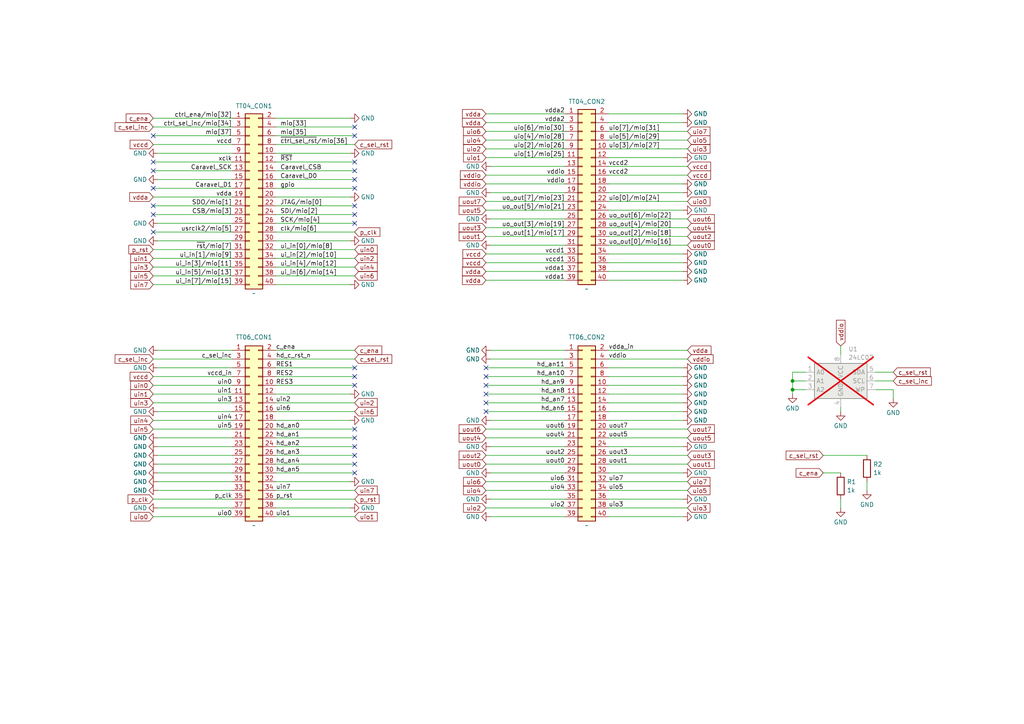
<source format=kicad_sch>
(kicad_sch (version 20231120) (generator "eeschema") (generator_version "8.0")
  (paper "A4")
  (lib_symbols
    (symbol "Connector_Generic:Conn_02x20_Odd_Even" (pin_names (offset 1.016) hide)
      (property "Reference" "J" (at 1.27 25.4 0))
      (property "Value" "Conn_02x20_Odd_Even" (at 1.27 -27.94 0))
      (symbol "Conn_02x20_Odd_Even_1_1"
        (rectangle (start -1.27 -25.273) (end 0 -25.527) (stroke (width 0.1524)))
        (rectangle (start -1.27 -22.733) (end 0 -22.987) (stroke (width 0.1524)))
        (rectangle (start -1.27 -20.193) (end 0 -20.447) (stroke (width 0.1524)))
        (rectangle (start -1.27 -17.653) (end 0 -17.907) (stroke (width 0.1524)))
        (rectangle (start -1.27 -15.113) (end 0 -15.367) (stroke (width 0.1524)))
        (rectangle (start -1.27 -12.573) (end 0 -12.827) (stroke (width 0.1524)))
        (rectangle (start -1.27 -10.033) (end 0 -10.287) (stroke (width 0.1524)))
        (rectangle (start -1.27 -7.493) (end 0 -7.747) (stroke (width 0.1524)))
        (rectangle (start -1.27 -4.953) (end 0 -5.207) (stroke (width 0.1524)))
        (rectangle (start -1.27 -2.413) (end 0 -2.667) (stroke (width 0.1524)))
        (rectangle (start -1.27 0.127) (end 0 -0.127) (stroke (width 0.1524)))
        (rectangle (start -1.27 2.667) (end 0 2.413) (stroke (width 0.1524)))
        (rectangle (start -1.27 5.207) (end 0 4.953) (stroke (width 0.1524)))
        (rectangle (start -1.27 7.747) (end 0 7.493) (stroke (width 0.1524)))
        (rectangle (start -1.27 10.287) (end 0 10.033) (stroke (width 0.1524)))
        (rectangle (start -1.27 12.827) (end 0 12.573) (stroke (width 0.1524)))
        (rectangle (start -1.27 15.367) (end 0 15.113) (stroke (width 0.1524)))
        (rectangle (start -1.27 17.907) (end 0 17.653) (stroke (width 0.1524)))
        (rectangle (start -1.27 20.447) (end 0 20.193) (stroke (width 0.1524)))
        (rectangle (start -1.27 22.987) (end 0 22.733) (stroke (width 0.1524)))
        (rectangle (start -1.27 24.13) (end 3.81 -26.67) (stroke (width 0.254)) (fill (type background)))
        (rectangle (start 3.81 -25.273) (end 2.54 -25.527) (stroke (width 0.1524)))
        (rectangle (start 3.81 -22.733) (end 2.54 -22.987) (stroke (width 0.1524)))
        (rectangle (start 3.81 -20.193) (end 2.54 -20.447) (stroke (width 0.1524)))
        (rectangle (start 3.81 -17.653) (end 2.54 -17.907) (stroke (width 0.1524)))
        (rectangle (start 3.81 -15.113) (end 2.54 -15.367) (stroke (width 0.1524)))
        (rectangle (start 3.81 -12.573) (end 2.54 -12.827) (stroke (width 0.1524)))
        (rectangle (start 3.81 -10.033) (end 2.54 -10.287) (stroke (width 0.1524)))
        (rectangle (start 3.81 -7.493) (end 2.54 -7.747) (stroke (width 0.1524)))
        (rectangle (start 3.81 -4.953) (end 2.54 -5.207) (stroke (width 0.1524)))
        (rectangle (start 3.81 -2.413) (end 2.54 -2.667) (stroke (width 0.1524)))
        (rectangle (start 3.81 0.127) (end 2.54 -0.127) (stroke (width 0.1524)))
        (rectangle (start 3.81 2.667) (end 2.54 2.413) (stroke (width 0.1524)))
        (rectangle (start 3.81 5.207) (end 2.54 4.953) (stroke (width 0.1524)))
        (rectangle (start 3.81 7.747) (end 2.54 7.493) (stroke (width 0.1524)))
        (rectangle (start 3.81 10.287) (end 2.54 10.033) (stroke (width 0.1524)))
        (rectangle (start 3.81 12.827) (end 2.54 12.573) (stroke (width 0.1524)))
        (rectangle (start 3.81 15.367) (end 2.54 15.113) (stroke (width 0.1524)))
        (rectangle (start 3.81 17.907) (end 2.54 17.653) (stroke (width 0.1524)))
        (rectangle (start 3.81 20.447) (end 2.54 20.193) (stroke (width 0.1524)))
        (rectangle (start 3.81 22.987) (end 2.54 22.733) (stroke (width 0.1524)))
        (pin passive line (at -5.08 22.86 0) (length 3.81) (name "Pin_1") (number "1"))
        (pin passive line (at 7.62 12.7 180) (length 3.81) (name "Pin_10") (number "10"))
        (pin passive line (at -5.08 10.16 0) (length 3.81) (name "Pin_11") (number "11"))
        (pin passive line (at 7.62 10.16 180) (length 3.81) (name "Pin_12") (number "12"))
        (pin passive line (at -5.08 7.62 0) (length 3.81) (name "Pin_13") (number "13"))
        (pin passive line (at 7.62 7.62 180) (length 3.81) (name "Pin_14") (number "14"))
        (pin passive line (at -5.08 5.08 0) (length 3.81) (name "Pin_15") (number "15"))
        (pin passive line (at 7.62 5.08 180) (length 3.81) (name "Pin_16") (number "16"))
        (pin passive line (at -5.08 2.54 0) (length 3.81) (name "Pin_17") (number "17"))
        (pin passive line (at 7.62 2.54 180) (length 3.81) (name "Pin_18") (number "18"))
        (pin passive line (at -5.08 0 0) (length 3.81) (name "Pin_19") (number "19"))
        (pin passive line (at 7.62 22.86 180) (length 3.81) (name "Pin_2") (number "2"))
        (pin passive line (at 7.62 0 180) (length 3.81) (name "Pin_20") (number "20"))
        (pin passive line (at -5.08 -2.54 0) (length 3.81) (name "Pin_21") (number "21"))
        (pin passive line (at 7.62 -2.54 180) (length 3.81) (name "Pin_22") (number "22"))
        (pin passive line (at -5.08 -5.08 0) (length 3.81) (name "Pin_23") (number "23"))
        (pin passive line (at 7.62 -5.08 180) (length 3.81) (name "Pin_24") (number "24"))
        (pin passive line (at -5.08 -7.62 0) (length 3.81) (name "Pin_25") (number "25"))
        (pin passive line (at 7.62 -7.62 180) (length 3.81) (name "Pin_26") (number "26"))
        (pin passive line (at -5.08 -10.16 0) (length 3.81) (name "Pin_27") (number "27"))
        (pin passive line (at 7.62 -10.16 180) (length 3.81) (name "Pin_28") (number "28"))
        (pin passive line (at -5.08 -12.7 0) (length 3.81) (name "Pin_29") (number "29"))
        (pin passive line (at -5.08 20.32 0) (length 3.81) (name "Pin_3") (number "3"))
        (pin passive line (at 7.62 -12.7 180) (length 3.81) (name "Pin_30") (number "30"))
        (pin passive line (at -5.08 -15.24 0) (length 3.81) (name "Pin_31") (number "31"))
        (pin passive line (at 7.62 -15.24 180) (length 3.81) (name "Pin_32") (number "32"))
        (pin passive line (at -5.08 -17.78 0) (length 3.81) (name "Pin_33") (number "33"))
        (pin passive line (at 7.62 -17.78 180) (length 3.81) (name "Pin_34") (number "34"))
        (pin passive line (at -5.08 -20.32 0) (length 3.81) (name "Pin_35") (number "35"))
        (pin passive line (at 7.62 -20.32 180) (length 3.81) (name "Pin_36") (number "36"))
        (pin passive line (at -5.08 -22.86 0) (length 3.81) (name "Pin_37") (number "37"))
        (pin passive line (at 7.62 -22.86 180) (length 3.81) (name "Pin_38") (number "38"))
        (pin passive line (at -5.08 -25.4 0) (length 3.81) (name "Pin_39") (number "39"))
        (pin passive line (at 7.62 20.32 180) (length 3.81) (name "Pin_4") (number "4"))
        (pin passive line (at 7.62 -25.4 180) (length 3.81) (name "Pin_40") (number "40"))
        (pin passive line (at -5.08 17.78 0) (length 3.81) (name "Pin_5") (number "5"))
        (pin passive line (at 7.62 17.78 180) (length 3.81) (name "Pin_6") (number "6"))
        (pin passive line (at -5.08 15.24 0) (length 3.81) (name "Pin_7") (number "7"))
        (pin passive line (at 7.62 15.24 180) (length 3.81) (name "Pin_8") (number "8"))
        (pin passive line (at -5.08 12.7 0) (length 3.81) (name "Pin_9") (number "9"))
      )
    )
    (symbol "Device:R" (pin_numbers hide) (pin_names (offset 0))
      (property "Reference" "R" (at 2.032 0 90))
      (property "Value" "R" (at 0 0 90))
      (symbol "R_0_1"
        (rectangle (start -1.016 -2.54) (end 1.016 2.54) (stroke (width 0.254)))
      )
      (symbol "R_1_1"
        (pin passive line (at 0 3.81 270) (length 1.27) (name "~") (number "1"))
        (pin passive line (at 0 -3.81 90) (length 1.27) (name "~") (number "2"))
      )
    )
    (symbol "Memory_EEPROM:24LC02"
      (property "Reference" "U" (at -6.35 6.35 0))
      (property "Value" "24LC02" (at 1.27 6.35 0))
      (symbol "24LC02_1_1"
        (rectangle (start -7.62 5.08) (end 7.62 -5.08) (stroke (width 0.254)) (fill (type background)))
        (pin input line (at -10.16 2.54 0) (length 2.54) (name "A0") (number "1"))
        (pin input line (at -10.16 0 0) (length 2.54) (name "A1") (number "2"))
        (pin input line (at -10.16 -2.54 0) (length 2.54) (name "A2") (number "3"))
        (pin power_in line (at 0 -7.62 90) (length 2.54) (name "GND") (number "4"))
        (pin bidirectional line (at 10.16 2.54 180) (length 2.54) (name "SDA") (number "5"))
        (pin input line (at 10.16 0 180) (length 2.54) (name "SCL") (number "6"))
        (pin input line (at 10.16 -2.54 180) (length 2.54) (name "WP") (number "7"))
        (pin power_in line (at 0 7.62 270) (length 2.54) (name "VCC") (number "8"))
      )
    )
    (symbol "power:GND" (power) (pin_names (offset 0))
      (property "Value" "GND" (at 0 -3.81 0))
      (symbol "GND_0_1"
        (polyline (pts (xy 0 0) (xy 0 -1.27) (xy 1.27 -1.27) (xy 0 -2.54) (xy -1.27 -1.27) (xy 0 -1.27)))
      )
      (symbol "GND_1_1"
        (pin power_in line (at 0 0 270) (length 0) hide (name "GND") (number "1"))
      )
    )
  )
  (junction (at 229.87 110.49))
  (junction (at 229.87 113.03))
  (no_connect (at 44.45 46.99))
  (no_connect (at 140.97 109.22))
  (no_connect (at 140.97 106.68))
  (no_connect (at 102.87 137.16))
  (no_connect (at 102.87 49.53))
  (no_connect (at 44.45 54.61))
  (no_connect (at 44.45 49.53))
  (no_connect (at 102.87 36.83))
  (no_connect (at 102.87 52.07))
  (no_connect (at 140.97 111.76))
  (no_connect (at 140.97 116.84))
  (no_connect (at 102.87 62.23))
  (no_connect (at 102.87 129.54))
  (no_connect (at 102.87 106.68))
  (no_connect (at 102.87 127))
  (no_connect (at 140.97 114.3))
  (no_connect (at 102.87 134.62))
  (no_connect (at 102.87 109.22))
  (no_connect (at 102.87 59.69))
  (no_connect (at 44.45 59.69))
  (no_connect (at 102.87 64.77))
  (no_connect (at 44.45 62.23))
  (no_connect (at 102.87 39.37))
  (no_connect (at 102.87 124.46))
  (no_connect (at 102.87 132.08))
  (no_connect (at 44.45 39.37))
  (no_connect (at 102.87 46.99))
  (no_connect (at 140.97 119.38))
  (no_connect (at 44.45 67.31))
  (no_connect (at 102.87 111.76))
  (no_connect (at 102.87 54.61))
  (wire (pts (xy 142.24 104.14) (xy 163.83 104.14)))
  (wire (pts (xy 176.53 101.6) (xy 199.39 101.6)))
  (wire (pts (xy 45.72 147.32) (xy 67.31 147.32)))
  (wire (pts (xy 140.97 132.08) (xy 163.83 132.08)))
  (wire (pts (xy 80.01 44.45) (xy 101.6 44.45)))
  (wire (pts (xy 163.83 45.72) (xy 140.97 45.72)))
  (wire (pts (xy 44.45 114.3) (xy 67.31 114.3)))
  (wire (pts (xy 80.01 41.91) (xy 102.87 41.91)))
  (wire (pts (xy 233.68 107.95) (xy 229.87 107.95)))
  (wire (pts (xy 142.24 144.78) (xy 163.83 144.78)))
  (wire (pts (xy 163.83 40.64) (xy 140.97 40.64)))
  (wire (pts (xy 163.83 78.74) (xy 140.97 78.74)))
  (wire (pts (xy 251.46 139.7) (xy 251.46 142.24)))
  (wire (pts (xy 176.53 147.32) (xy 199.39 147.32)))
  (wire (pts (xy 142.24 101.6) (xy 163.83 101.6)))
  (wire (pts (xy 176.53 129.54) (xy 198.12 129.54)))
  (wire (pts (xy 140.97 127) (xy 163.83 127)))
  (wire (pts (xy 44.45 144.78) (xy 67.31 144.78)))
  (wire (pts (xy 163.83 60.96) (xy 140.97 60.96)))
  (wire (pts (xy 229.87 113.03) (xy 233.68 113.03)))
  (wire (pts (xy 80.01 82.55) (xy 101.6 82.55)))
  (wire (pts (xy 67.31 82.55) (xy 44.45 82.55)))
  (wire (pts (xy 163.83 38.1) (xy 140.97 38.1)))
  (wire (pts (xy 67.31 34.29) (xy 44.45 34.29)))
  (wire (pts (xy 140.97 116.84) (xy 163.83 116.84)))
  (wire (pts (xy 67.31 59.69) (xy 44.45 59.69)))
  (wire (pts (xy 80.01 69.85) (xy 101.6 69.85)))
  (wire (pts (xy 176.53 60.96) (xy 198.12 60.96)))
  (wire (pts (xy 142.24 149.86) (xy 163.83 149.86)))
  (wire (pts (xy 80.01 137.16) (xy 102.87 137.16)))
  (wire (pts (xy 163.83 63.5) (xy 142.24 63.5)))
  (wire (pts (xy 45.72 101.6) (xy 67.31 101.6)))
  (wire (pts (xy 229.87 107.95) (xy 229.87 110.49)))
  (wire (pts (xy 67.31 52.07) (xy 45.72 52.07)))
  (wire (pts (xy 80.01 124.46) (xy 102.87 124.46)))
  (wire (pts (xy 67.31 69.85) (xy 45.72 69.85)))
  (wire (pts (xy 259.08 113.03) (xy 259.08 115.57)))
  (wire (pts (xy 176.53 142.24) (xy 199.39 142.24)))
  (wire (pts (xy 176.53 45.72) (xy 198.12 45.72)))
  (wire (pts (xy 176.53 76.2) (xy 198.12 76.2)))
  (wire (pts (xy 67.31 54.61) (xy 44.45 54.61)))
  (wire (pts (xy 140.97 142.24) (xy 163.83 142.24)))
  (wire (pts (xy 140.97 134.62) (xy 163.83 134.62)))
  (wire (pts (xy 80.01 129.54) (xy 102.87 129.54)))
  (wire (pts (xy 176.53 111.76) (xy 198.12 111.76)))
  (wire (pts (xy 254 110.49) (xy 259.08 110.49)))
  (wire (pts (xy 140.97 111.76) (xy 163.83 111.76)))
  (wire (pts (xy 254 113.03) (xy 259.08 113.03)))
  (wire (pts (xy 80.01 77.47) (xy 102.87 77.47)))
  (wire (pts (xy 140.97 106.68) (xy 163.83 106.68)))
  (wire (pts (xy 67.31 67.31) (xy 44.45 67.31)))
  (wire (pts (xy 176.53 144.78) (xy 198.12 144.78)))
  (wire (pts (xy 67.31 36.83) (xy 44.45 36.83)))
  (wire (pts (xy 176.53 50.8) (xy 199.39 50.8)))
  (wire (pts (xy 163.83 76.2) (xy 140.97 76.2)))
  (wire (pts (xy 67.31 46.99) (xy 44.45 46.99)))
  (wire (pts (xy 176.53 124.46) (xy 199.39 124.46)))
  (wire (pts (xy 163.83 43.18) (xy 140.97 43.18)))
  (wire (pts (xy 163.83 71.12) (xy 142.24 71.12)))
  (wire (pts (xy 67.31 64.77) (xy 45.72 64.77)))
  (wire (pts (xy 80.01 104.14) (xy 102.87 104.14)))
  (wire (pts (xy 67.31 72.39) (xy 44.45 72.39)))
  (wire (pts (xy 176.53 78.74) (xy 198.12 78.74)))
  (wire (pts (xy 163.83 50.8) (xy 140.97 50.8)))
  (wire (pts (xy 176.53 127) (xy 199.39 127)))
  (wire (pts (xy 67.31 80.01) (xy 44.45 80.01)))
  (wire (pts (xy 67.31 62.23) (xy 44.45 62.23)))
  (wire (pts (xy 176.53 106.68) (xy 198.12 106.68)))
  (wire (pts (xy 176.53 55.88) (xy 198.12 55.88)))
  (wire (pts (xy 44.45 149.86) (xy 67.31 149.86)))
  (wire (pts (xy 80.01 111.76) (xy 102.87 111.76)))
  (wire (pts (xy 80.01 134.62) (xy 102.87 134.62)))
  (wire (pts (xy 45.72 134.62) (xy 67.31 134.62)))
  (wire (pts (xy 140.97 119.38) (xy 163.83 119.38)))
  (wire (pts (xy 45.72 127) (xy 67.31 127)))
  (wire (pts (xy 243.84 100.33) (xy 243.84 102.87)))
  (wire (pts (xy 44.45 109.22) (xy 67.31 109.22)))
  (wire (pts (xy 45.72 129.54) (xy 67.31 129.54)))
  (wire (pts (xy 176.53 33.02) (xy 198.12 33.02)))
  (wire (pts (xy 163.83 81.28) (xy 140.97 81.28)))
  (wire (pts (xy 163.83 66.04) (xy 140.97 66.04)))
  (wire (pts (xy 67.31 57.15) (xy 44.45 57.15)))
  (wire (pts (xy 163.83 48.26) (xy 142.24 48.26)))
  (wire (pts (xy 176.53 48.26) (xy 199.39 48.26)))
  (wire (pts (xy 80.01 62.23) (xy 102.87 62.23)))
  (wire (pts (xy 80.01 144.78) (xy 102.87 144.78)))
  (wire (pts (xy 45.72 132.08) (xy 67.31 132.08)))
  (wire (pts (xy 80.01 39.37) (xy 102.87 39.37)))
  (wire (pts (xy 176.53 109.22) (xy 198.12 109.22)))
  (wire (pts (xy 163.83 53.34) (xy 140.97 53.34)))
  (wire (pts (xy 44.45 104.14) (xy 67.31 104.14)))
  (wire (pts (xy 67.31 77.47) (xy 44.45 77.47)))
  (wire (pts (xy 67.31 41.91) (xy 44.45 41.91)))
  (wire (pts (xy 142.24 137.16) (xy 163.83 137.16)))
  (wire (pts (xy 80.01 139.7) (xy 101.6 139.7)))
  (wire (pts (xy 80.01 34.29) (xy 101.6 34.29)))
  (wire (pts (xy 140.97 114.3) (xy 163.83 114.3)))
  (wire (pts (xy 80.01 147.32) (xy 101.6 147.32)))
  (wire (pts (xy 176.53 66.04) (xy 199.39 66.04)))
  (wire (pts (xy 140.97 139.7) (xy 163.83 139.7)))
  (wire (pts (xy 45.72 106.68) (xy 67.31 106.68)))
  (wire (pts (xy 176.53 119.38) (xy 198.12 119.38)))
  (wire (pts (xy 163.83 68.58) (xy 140.97 68.58)))
  (wire (pts (xy 45.72 119.38) (xy 67.31 119.38)))
  (wire (pts (xy 176.53 35.56) (xy 198.12 35.56)))
  (wire (pts (xy 67.31 39.37) (xy 44.45 39.37)))
  (wire (pts (xy 243.84 118.11) (xy 243.84 119.38)))
  (wire (pts (xy 80.01 80.01) (xy 102.87 80.01)))
  (wire (pts (xy 238.76 137.16) (xy 243.84 137.16)))
  (wire (pts (xy 176.53 132.08) (xy 199.39 132.08)))
  (wire (pts (xy 44.45 111.76) (xy 67.31 111.76)))
  (wire (pts (xy 44.45 116.84) (xy 67.31 116.84)))
  (wire (pts (xy 67.31 49.53) (xy 44.45 49.53)))
  (wire (pts (xy 80.01 106.68) (xy 102.87 106.68)))
  (wire (pts (xy 45.72 142.24) (xy 67.31 142.24)))
  (wire (pts (xy 176.53 134.62) (xy 199.39 134.62)))
  (wire (pts (xy 67.31 44.45) (xy 45.72 44.45)))
  (wire (pts (xy 80.01 72.39) (xy 102.87 72.39)))
  (wire (pts (xy 140.97 124.46) (xy 163.83 124.46)))
  (wire (pts (xy 229.87 110.49) (xy 233.68 110.49)))
  (wire (pts (xy 80.01 116.84) (xy 102.87 116.84)))
  (wire (pts (xy 80.01 36.83) (xy 102.87 36.83)))
  (wire (pts (xy 163.83 73.66) (xy 140.97 73.66)))
  (wire (pts (xy 45.72 137.16) (xy 67.31 137.16)))
  (wire (pts (xy 176.53 104.14) (xy 199.39 104.14)))
  (wire (pts (xy 163.83 33.02) (xy 140.97 33.02)))
  (wire (pts (xy 238.76 132.08) (xy 251.46 132.08)))
  (wire (pts (xy 80.01 74.93) (xy 102.87 74.93)))
  (wire (pts (xy 80.01 101.6) (xy 102.87 101.6)))
  (wire (pts (xy 80.01 114.3) (xy 101.6 114.3)))
  (wire (pts (xy 142.24 121.92) (xy 163.83 121.92)))
  (wire (pts (xy 176.53 53.34) (xy 198.12 53.34)))
  (wire (pts (xy 176.53 114.3) (xy 198.12 114.3)))
  (wire (pts (xy 229.87 113.03) (xy 229.87 114.3)))
  (wire (pts (xy 140.97 147.32) (xy 163.83 147.32)))
  (wire (pts (xy 80.01 49.53) (xy 102.87 49.53)))
  (wire (pts (xy 80.01 67.31) (xy 102.87 67.31)))
  (wire (pts (xy 176.53 71.12) (xy 199.39 71.12)))
  (wire (pts (xy 80.01 54.61) (xy 102.87 54.61)))
  (wire (pts (xy 176.53 68.58) (xy 199.39 68.58)))
  (wire (pts (xy 80.01 119.38) (xy 102.87 119.38)))
  (wire (pts (xy 67.31 74.93) (xy 44.45 74.93)))
  (wire (pts (xy 80.01 127) (xy 102.87 127)))
  (wire (pts (xy 80.01 109.22) (xy 102.87 109.22)))
  (wire (pts (xy 176.53 43.18) (xy 199.39 43.18)))
  (wire (pts (xy 176.53 139.7) (xy 199.39 139.7)))
  (wire (pts (xy 80.01 64.77) (xy 102.87 64.77)))
  (wire (pts (xy 176.53 38.1) (xy 199.39 38.1)))
  (wire (pts (xy 140.97 109.22) (xy 163.83 109.22)))
  (wire (pts (xy 163.83 58.42) (xy 140.97 58.42)))
  (wire (pts (xy 80.01 59.69) (xy 102.87 59.69)))
  (wire (pts (xy 176.53 81.28) (xy 198.12 81.28)))
  (wire (pts (xy 176.53 121.92) (xy 198.12 121.92)))
  (wire (pts (xy 176.53 40.64) (xy 199.39 40.64)))
  (wire (pts (xy 176.53 73.66) (xy 198.12 73.66)))
  (wire (pts (xy 243.84 144.78) (xy 243.84 147.32)))
  (wire (pts (xy 44.45 121.92) (xy 67.31 121.92)))
  (wire (pts (xy 80.01 52.07) (xy 102.87 52.07)))
  (wire (pts (xy 80.01 142.24) (xy 102.87 142.24)))
  (wire (pts (xy 45.72 139.7) (xy 67.31 139.7)))
  (wire (pts (xy 163.83 35.56) (xy 140.97 35.56)))
  (wire (pts (xy 80.01 57.15) (xy 101.6 57.15)))
  (wire (pts (xy 80.01 46.99) (xy 102.87 46.99)))
  (wire (pts (xy 80.01 149.86) (xy 102.87 149.86)))
  (wire (pts (xy 80.01 121.92) (xy 101.6 121.92)))
  (wire (pts (xy 176.53 137.16) (xy 198.12 137.16)))
  (wire (pts (xy 176.53 149.86) (xy 198.12 149.86)))
  (wire (pts (xy 176.53 63.5) (xy 199.39 63.5)))
  (wire (pts (xy 176.53 116.84) (xy 198.12 116.84)))
  (wire (pts (xy 80.01 132.08) (xy 102.87 132.08)))
  (wire (pts (xy 44.45 124.46) (xy 67.31 124.46)))
  (wire (pts (xy 142.24 129.54) (xy 163.83 129.54)))
  (wire (pts (xy 229.87 110.49) (xy 229.87 113.03)))
  (wire (pts (xy 176.53 58.42) (xy 199.39 58.42)))
  (wire (pts (xy 254 107.95) (xy 259.08 107.95)))
  (wire (pts (xy 163.83 55.88) (xy 142.24 55.88)))
  (label "uin6" (at 80.01 119.38 0))
  (label "uio[5]{slash}mio[29]" (at 176.53 40.64 0))
  (label "vddio" (at 163.83 53.34 180))
  (label "ui_in[5]{slash}mio[13]" (at 67.31 80.01 180))
  (label "hd_an7" (at 163.83 116.84 180))
  (label "mio[35]" (at 81.28 39.37 0))
  (label "uout3" (at 176.53 132.08 0))
  (label "ctrl_sel_inc{slash}mio[34]" (at 67.31 36.83 180))
  (label "uio[1]{slash}mio[25]" (at 163.83 45.72 180))
  (label "uo_out[1]{slash}mio[17]" (at 163.83 68.58 180))
  (label "uin5" (at 67.31 124.46 180))
  (label "CSB{slash}mio[3]" (at 67.31 62.23 180))
  (label "uio4" (at 163.83 142.24 180))
  (label "vccd1" (at 163.83 73.66 180))
  (label "vdda" (at 67.31 57.15 180))
  (label "hd_an3" (at 80.01 132.08 0))
  (label "vccd2" (at 176.53 48.26 0))
  (label "uio0" (at 67.31 149.86 180))
  (label "uo_out[7]{slash}mio[23]" (at 163.83 58.42 180))
  (label "uin2" (at 80.01 116.84 0))
  (label "SDO{slash}mio[1]" (at 67.31 59.69 180))
  (label "uo_out[2]{slash}mio[18]" (at 176.53 68.58 0))
  (label "uo_out[6]{slash}mio[22]" (at 176.53 63.5 0))
  (label "vdda1" (at 163.83 81.28 180))
  (label "mio[33]" (at 81.28 36.83 0))
  (label "vdda_in" (at 176.53 101.6 0))
  (label "uio5" (at 176.53 142.24 0))
  (label "c_sel_inc" (at 67.31 104.14 180))
  (label "ui_in[4]{slash}mio[12]" (at 81.28 77.47 0))
  (label "Caravel_D1" (at 67.31 54.61 180))
  (label "RES1" (at 80.01 106.68 0))
  (label "uio[3]{slash}mio[27]" (at 176.53 43.18 0))
  (label "uio2" (at 163.83 147.32 180))
  (label "hd_an5" (at 80.01 137.16 0))
  (label "hd_an4" (at 80.01 134.62 0))
  (label "uout5" (at 176.53 127 0))
  (label "uin1" (at 67.31 114.3 180))
  (label "Caravel_D0" (at 81.28 52.07 0))
  (label "vdda2" (at 163.83 35.56 180))
  (label "Caravel_CSB" (at 81.28 49.53 0))
  (label "uout7" (at 176.53 124.46 0))
  (label "uio3" (at 176.53 147.32 0))
  (label "SCK{slash}mio[4]" (at 81.28 64.77 0))
  (label "hd_an11" (at 163.83 106.68 180))
  (label "uin3" (at 67.31 116.84 180))
  (label "vccd" (at 67.31 41.91 180))
  (label "hd_an1" (at 80.01 127 0))
  (label "SDI{slash}mio[2]" (at 81.28 62.23 0))
  (label "uout4" (at 163.83 127 180))
  (label "mio[37]" (at 67.31 39.37 180))
  (label "hd_an2" (at 80.01 129.54 0))
  (label "uout2" (at 163.83 132.08 180))
  (label "RES3" (at 80.01 111.76 0))
  (label "hd_an10" (at 163.83 109.22 180))
  (label "hd_an0" (at 80.01 124.46 0))
  (label "uo_out[3]{slash}mio[19]" (at 163.83 66.04 180))
  (label "RES2" (at 80.01 109.22 0))
  (label "uio[7]{slash}mio[31]" (at 176.53 38.1 0))
  (label "ui_in[1]{slash}mio[9]" (at 67.31 74.93 180))
  (label "vccd1" (at 163.83 76.2 180))
  (label "vccd2" (at 176.53 50.8 0))
  (label "uio1" (at 80.01 149.86 0))
  (label "vddio" (at 163.83 50.8 180))
  (label "hd_an9" (at 163.83 111.76 180))
  (label "hd_an8" (at 163.83 114.3 180))
  (label "JTAG{slash}mio[0]" (at 81.28 59.69 0))
  (label "hd_an6" (at 163.83 119.38 180))
  (label "ctrl_ena{slash}mio[32]" (at 67.31 34.29 180))
  (label "uo_out[0]{slash}mio[16]" (at 176.53 71.12 0))
  (label "ui_in[6]{slash}mio[14]" (at 81.28 80.01 0))
  (label "~{rst}{slash}mio[7]" (at 67.31 72.39 180))
  (label "ui_in[0]{slash}mio[8]" (at 81.28 72.39 0))
  (label "uio7" (at 176.53 139.7 0))
  (label "uo_out[4]{slash}mio[20]" (at 176.53 66.04 0))
  (label "uout1" (at 176.53 134.62 0))
  (label "vdda1" (at 163.83 78.74 180))
  (label "vdda2" (at 163.83 33.02 180))
  (label "uin0" (at 67.31 111.76 180))
  (label "vddio" (at 176.53 104.14 0))
  (label "~{RST}" (at 81.28 46.99 0))
  (label "c_ena" (at 80.01 101.6 0))
  (label "xclk" (at 67.31 46.99 180))
  (label "Caravel_SCK" (at 67.31 49.53 180))
  (label "hd_c_rst_n" (at 80.01 104.14 0))
  (label "usrclk2{slash}mio[5]" (at 67.31 67.31 180))
  (label "p_rst" (at 80.01 144.78 0))
  (label "~{ctrl_sel_rst}{slash}mio[36]" (at 81.28 41.91 0))
  (label "uout6" (at 163.83 124.46 180))
  (label "uo_out[5]{slash}mio[21]" (at 163.83 60.96 180))
  (label "uin7" (at 80.01 142.24 0))
  (label "ui_in[3]{slash}mio[11]" (at 67.31 77.47 180))
  (label "gpio" (at 81.28 54.61 0))
  (label "uio[2]{slash}mio[26]" (at 163.83 43.18 180))
  (label "ui_in[7]{slash}mio[15]" (at 67.31 82.55 180))
  (label "clk{slash}mio[6]" (at 81.28 67.31 0))
  (label "uin4" (at 67.31 121.92 180))
  (label "uout0" (at 163.83 134.62 180))
  (label "uio[6]{slash}mio[30]" (at 163.83 38.1 180))
  (label "p_clk" (at 67.31 144.78 180))
  (label "ui_in[2]{slash}mio[10]" (at 81.28 74.93 0))
  (label "uio[0]{slash}mio[24]" (at 176.53 58.42 0))
  (label "uio6" (at 163.83 139.7 180))
  (label "vccd_in" (at 67.31 109.22 180))
  (label "uio[4]{slash}mio[28]" (at 163.83 40.64 180))
  (global_label "c_ena" (shape input) (at 44.45 34.29 180) (property "Intersheetrefs" "${INTERSHEET_REFS}" (effects (hide yes))))
  (global_label "uout4" (shape input) (at 199.39 66.04 0) (property "Intersheetrefs" "${INTERSHEET_REFS}" (effects (hide yes))))
  (global_label "vdda" (shape input) (at 199.39 101.6 0) (property "Intersheetrefs" "${INTERSHEET_REFS}" (effects (hide yes))))
  (global_label "c_sel_rst" (shape input) (at 102.87 41.91 0) (property "Intersheetrefs" "${INTERSHEET_REFS}" (effects (hide yes))))
  (global_label "p_rst" (shape input) (at 102.87 144.78 0) (property "Intersheetrefs" "${INTERSHEET_REFS}" (effects (hide yes))))
  (global_label "uin0" (shape input) (at 102.87 72.39 0) (property "Intersheetrefs" "${INTERSHEET_REFS}" (effects (hide yes))))
  (global_label "uin6" (shape input) (at 102.87 80.01 0) (property "Intersheetrefs" "${INTERSHEET_REFS}" (effects (hide yes))))
  (global_label "vccd" (shape input) (at 44.45 109.22 180) (property "Intersheetrefs" "${INTERSHEET_REFS}" (effects (hide yes))))
  (global_label "uio1" (shape input) (at 140.97 45.72 180) (property "Intersheetrefs" "${INTERSHEET_REFS}" (effects (hide yes))))
  (global_label "p_clk" (shape input) (at 102.87 67.31 0) (property "Intersheetrefs" "${INTERSHEET_REFS}" (effects (hide yes))))
  (global_label "vdda" (shape input) (at 140.97 78.74 180) (property "Intersheetrefs" "${INTERSHEET_REFS}" (effects (hide yes))))
  (global_label "vddio" (shape input) (at 199.39 104.14 0) (property "Intersheetrefs" "${INTERSHEET_REFS}" (effects (hide yes))))
  (global_label "uout1" (shape input) (at 199.39 134.62 0) (property "Intersheetrefs" "${INTERSHEET_REFS}" (effects (hide yes))))
  (global_label "vdda" (shape input) (at 44.45 57.15 180) (property "Intersheetrefs" "${INTERSHEET_REFS}" (effects (hide yes))))
  (global_label "uin1" (shape input) (at 44.45 74.93 180) (property "Intersheetrefs" "${INTERSHEET_REFS}" (effects (hide yes))))
  (global_label "uin7" (shape input) (at 102.87 142.24 0) (property "Intersheetrefs" "${INTERSHEET_REFS}" (effects (hide yes))))
  (global_label "uout3" (shape input) (at 199.39 132.08 0) (property "Intersheetrefs" "${INTERSHEET_REFS}" (effects (hide yes))))
  (global_label "vdda" (shape input) (at 140.97 33.02 180) (property "Intersheetrefs" "${INTERSHEET_REFS}" (effects (hide yes))))
  (global_label "uout4" (shape input) (at 140.97 127 180) (property "Intersheetrefs" "${INTERSHEET_REFS}" (effects (hide yes))))
  (global_label "uio2" (shape input) (at 140.97 147.32 180) (property "Intersheetrefs" "${INTERSHEET_REFS}" (effects (hide yes))))
  (global_label "uout6" (shape input) (at 140.97 124.46 180) (property "Intersheetrefs" "${INTERSHEET_REFS}" (effects (hide yes))))
  (global_label "uin3" (shape input) (at 44.45 116.84 180) (property "Intersheetrefs" "${INTERSHEET_REFS}" (effects (hide yes))))
  (global_label "uio6" (shape input) (at 140.97 139.7 180) (property "Intersheetrefs" "${INTERSHEET_REFS}" (effects (hide yes))))
  (global_label "vdda" (shape input) (at 140.97 35.56 180) (property "Intersheetrefs" "${INTERSHEET_REFS}" (effects (hide yes))))
  (global_label "uio3" (shape input) (at 199.39 43.18 0) (property "Intersheetrefs" "${INTERSHEET_REFS}" (effects (hide yes))))
  (global_label "vccd" (shape input) (at 199.39 48.26 0) (property "Intersheetrefs" "${INTERSHEET_REFS}" (effects (hide yes))))
  (global_label "uout2" (shape input) (at 140.97 132.08 180) (property "Intersheetrefs" "${INTERSHEET_REFS}" (effects (hide yes))))
  (global_label "uin4" (shape input) (at 102.87 77.47 0) (property "Intersheetrefs" "${INTERSHEET_REFS}" (effects (hide yes))))
  (global_label "uout5" (shape input) (at 140.97 60.96 180) (property "Intersheetrefs" "${INTERSHEET_REFS}" (effects (hide yes))))
  (global_label "uout2" (shape input) (at 199.39 68.58 0) (property "Intersheetrefs" "${INTERSHEET_REFS}" (effects (hide yes))))
  (global_label "uin4" (shape input) (at 44.45 121.92 180) (property "Intersheetrefs" "${INTERSHEET_REFS}" (effects (hide yes))))
  (global_label "uio0" (shape input) (at 199.39 58.42 0) (property "Intersheetrefs" "${INTERSHEET_REFS}" (effects (hide yes))))
  (global_label "vccd" (shape input) (at 199.39 50.8 0) (property "Intersheetrefs" "${INTERSHEET_REFS}" (effects (hide yes))))
  (global_label "c_sel_inc" (shape input) (at 44.45 36.83 180) (property "Intersheetrefs" "${INTERSHEET_REFS}" (effects (hide yes))))
  (global_label "uin6" (shape input) (at 102.87 119.38 0) (property "Intersheetrefs" "${INTERSHEET_REFS}" (effects (hide yes))))
  (global_label "c_sel_rst" (shape input) (at 238.76 132.08 180) (property "Intersheetrefs" "${INTERSHEET_REFS}" (effects (hide yes))))
  (global_label "uout5" (shape input) (at 199.39 127 0) (property "Intersheetrefs" "${INTERSHEET_REFS}" (effects (hide yes))))
  (global_label "uin2" (shape input) (at 102.87 74.93 0) (property "Intersheetrefs" "${INTERSHEET_REFS}" (effects (hide yes))))
  (global_label "uio4" (shape input) (at 140.97 142.24 180) (property "Intersheetrefs" "${INTERSHEET_REFS}" (effects (hide yes))))
  (global_label "uio7" (shape input) (at 199.39 139.7 0) (property "Intersheetrefs" "${INTERSHEET_REFS}" (effects (hide yes))))
  (global_label "uout7" (shape input) (at 140.97 58.42 180) (property "Intersheetrefs" "${INTERSHEET_REFS}" (effects (hide yes))))
  (global_label "uin5" (shape input) (at 44.45 80.01 180) (property "Intersheetrefs" "${INTERSHEET_REFS}" (effects (hide yes))))
  (global_label "uin0" (shape input) (at 44.45 111.76 180) (property "Intersheetrefs" "${INTERSHEET_REFS}" (effects (hide yes))))
  (global_label "vddio" (shape input) (at 140.97 50.8 180) (property "Intersheetrefs" "${INTERSHEET_REFS}" (effects (hide yes))))
  (global_label "uio4" (shape input) (at 140.97 40.64 180) (property "Intersheetrefs" "${INTERSHEET_REFS}" (effects (hide yes))))
  (global_label "vccd" (shape input) (at 140.97 76.2 180) (property "Intersheetrefs" "${INTERSHEET_REFS}" (effects (hide yes))))
  (global_label "uin7" (shape input) (at 44.45 82.55 180) (property "Intersheetrefs" "${INTERSHEET_REFS}" (effects (hide yes))))
  (global_label "uio5" (shape input) (at 199.39 142.24 0) (property "Intersheetrefs" "${INTERSHEET_REFS}" (effects (hide yes))))
  (global_label "vdda" (shape input) (at 140.97 81.28 180) (property "Intersheetrefs" "${INTERSHEET_REFS}" (effects (hide yes))))
  (global_label "uout1" (shape input) (at 140.97 68.58 180) (property "Intersheetrefs" "${INTERSHEET_REFS}" (effects (hide yes))))
  (global_label "uin2" (shape input) (at 102.87 116.84 0) (property "Intersheetrefs" "${INTERSHEET_REFS}" (effects (hide yes))))
  (global_label "c_sel_inc" (shape input) (at 259.08 110.49 0) (property "Intersheetrefs" "${INTERSHEET_REFS}" (effects (hide yes))))
  (global_label "vccd" (shape input) (at 140.97 73.66 180) (property "Intersheetrefs" "${INTERSHEET_REFS}" (effects (hide yes))))
  (global_label "uin1" (shape input) (at 44.45 114.3 180) (property "Intersheetrefs" "${INTERSHEET_REFS}" (effects (hide yes))))
  (global_label "uio7" (shape input) (at 199.39 38.1 0) (property "Intersheetrefs" "${INTERSHEET_REFS}" (effects (hide yes))))
  (global_label "vccd" (shape input) (at 44.45 41.91 180) (property "Intersheetrefs" "${INTERSHEET_REFS}" (effects (hide yes))))
  (global_label "uout0" (shape input) (at 199.39 71.12 0) (property "Intersheetrefs" "${INTERSHEET_REFS}" (effects (hide yes))))
  (global_label "uout6" (shape input) (at 199.39 63.5 0) (property "Intersheetrefs" "${INTERSHEET_REFS}" (effects (hide yes))))
  (global_label "uio3" (shape input) (at 199.39 147.32 0) (property "Intersheetrefs" "${INTERSHEET_REFS}" (effects (hide yes))))
  (global_label "c_sel_rst" (shape input) (at 102.87 104.14 0) (property "Intersheetrefs" "${INTERSHEET_REFS}" (effects (hide yes))))
  (global_label "p_clk" (shape input) (at 44.45 144.78 180) (property "Intersheetrefs" "${INTERSHEET_REFS}" (effects (hide yes))))
  (global_label "c_ena" (shape input) (at 238.76 137.16 180) (property "Intersheetrefs" "${INTERSHEET_REFS}" (effects (hide yes))))
  (global_label "c_sel_inc" (shape input) (at 44.45 104.14 180) (property "Intersheetrefs" "${INTERSHEET_REFS}" (effects (hide yes))))
  (global_label "uin3" (shape input) (at 44.45 77.47 180) (property "Intersheetrefs" "${INTERSHEET_REFS}" (effects (hide yes))))
  (global_label "uio2" (shape input) (at 140.97 43.18 180) (property "Intersheetrefs" "${INTERSHEET_REFS}" (effects (hide yes))))
  (global_label "p_rst" (shape input) (at 44.45 72.39 180) (property "Intersheetrefs" "${INTERSHEET_REFS}" (effects (hide yes))))
  (global_label "uout3" (shape input) (at 140.97 66.04 180) (property "Intersheetrefs" "${INTERSHEET_REFS}" (effects (hide yes))))
  (global_label "uio6" (shape input) (at 140.97 38.1 180) (property "Intersheetrefs" "${INTERSHEET_REFS}" (effects (hide yes))))
  (global_label "uio1" (shape input) (at 102.87 149.86 0) (property "Intersheetrefs" "${INTERSHEET_REFS}" (effects (hide yes))))
  (global_label "uin5" (shape input) (at 44.45 124.46 180) (property "Intersheetrefs" "${INTERSHEET_REFS}" (effects (hide yes))))
  (global_label "uio5" (shape input) (at 199.39 40.64 0) (property "Intersheetrefs" "${INTERSHEET_REFS}" (effects (hide yes))))
  (global_label "vddio" (shape input) (at 140.97 53.34 180) (property "Intersheetrefs" "${INTERSHEET_REFS}" (effects (hide yes))))
  (global_label "c_sel_rst" (shape input) (at 259.08 107.95 0) (property "Intersheetrefs" "${INTERSHEET_REFS}" (effects (hide yes))))
  (global_label "uio0" (shape input) (at 44.45 149.86 180) (property "Intersheetrefs" "${INTERSHEET_REFS}" (effects (hide yes))))
  (global_label "uout0" (shape input) (at 140.97 134.62 180) (property "Intersheetrefs" "${INTERSHEET_REFS}" (effects (hide yes))))
  (global_label "vddio" (shape input) (at 243.84 100.33 90) (property "Intersheetrefs" "${INTERSHEET_REFS}" (effects (hide yes))))
  (global_label "uout7" (shape input) (at 199.39 124.46 0) (property "Intersheetrefs" "${INTERSHEET_REFS}" (effects (hide yes))))
  (global_label "c_ena" (shape input) (at 102.87 101.6 0) (property "Intersheetrefs" "${INTERSHEET_REFS}" (effects (hide yes))))
  (symbol (lib_id "power:GND") (at 142.24 129.54 270) (unit 1)
    (property "Reference" "#PWR042" (effects (hide yes)))
    (property "Value" "GND" (at 137.16 129.54 90))
  )
  (symbol (lib_id "power:GND") (at 198.12 109.22 90) (unit 1)
    (property "Reference" "#PWR047" (effects (hide yes)))
    (property "Value" "GND" (at 203.2 109.22 90))
  )
  (symbol (lib_id "power:GND") (at 45.72 52.07 270) (unit 1)
    (property "Reference" "#PWR03" (effects (hide yes)))
    (property "Value" "GND" (at 40.64 52.07 90))
  )
  (symbol (lib_id "power:GND") (at 198.12 55.88 90) (unit 1)
    (property "Reference" "#PWR018" (effects (hide yes)))
    (property "Value" "GND" (at 203.2 55.88 90))
  )
  (symbol (lib_id "power:GND") (at 45.72 134.62 270) (unit 1)
    (property "Reference" "#PWR030" (effects (hide yes)))
    (property "Value" "GND" (at 40.64 134.62 90))
  )
  (symbol (lib_id "power:GND") (at 198.12 119.38 90) (unit 1)
    (property "Reference" "#PWR051" (effects (hide yes)))
    (property "Value" "GND" (at 203.2 119.38 90))
  )
  (symbol (lib_id "power:GND") (at 142.24 121.92 270) (unit 1)
    (property "Reference" "#PWR041" (effects (hide yes)))
    (property "Value" "GND" (at 137.16 121.92 90))
  )
  (symbol (lib_id "power:GND") (at 142.24 63.5 270) (unit 1)
    (property "Reference" "#PWR01" (effects (hide yes)))
    (property "Value" "GND" (at 137.16 63.5 90))
  )
  (symbol (lib_id "power:GND") (at 101.6 82.55 90) (unit 1)
    (property "Reference" "#PWR016" (effects (hide yes)))
    (property "Value" "GND" (at 106.68 82.55 90))
  )
  (symbol (lib_id "power:GND") (at 142.24 149.86 270) (unit 1)
    (property "Reference" "#PWR045" (effects (hide yes)))
    (property "Value" "GND" (at 137.16 149.86 90))
  )
  (symbol (lib_id "Connector_Generic:Conn_02x20_Odd_Even") (at 168.91 55.88 0) (unit 1)
    (property "Reference" "TT04_CON2" (at 170.18 29.464 0))
    (property "Value" "~" (at 170.18 83.82 0))
    (property "Footprint" "Connector_PinHeader_2.54mm:PinHeader_2x20_P2.54mm_Vertical_SMD" (effects (hide yes)))
    (property "MPN" "95157-440LF" (effects (hide yes)))
    (property "MPN_ALT" "PZ254-2-20-S" (effects (hide yes)))
    (property "Characteristics" "2x20 100 mil Header SMT" (effects (hide yes)))
    (property "DigikeyPN" "609-3124-ND" (effects (hide yes)))
    (property "JLC" "C3294478" (effects (hide yes)))
  )
  (symbol (lib_id "power:GND") (at 198.12 35.56 90) (unit 1)
    (property "Reference" "#PWR013" (effects (hide yes)))
    (property "Value" "GND" (at 203.2 35.56 90))
  )
  (symbol (lib_id "power:GND") (at 198.12 33.02 90) (unit 1)
    (property "Reference" "#PWR012" (effects (hide yes)))
    (property "Value" "GND" (at 203.2 33.02 90))
  )
  (symbol (lib_id "power:GND") (at 142.24 101.6 270) (unit 1)
    (property "Reference" "#PWR039" (effects (hide yes)))
    (property "Value" "GND" (at 137.16 101.6 90))
  )
  (symbol (lib_id "power:GND") (at 45.72 64.77 270) (unit 1)
    (property "Reference" "#PWR04" (effects (hide yes)))
    (property "Value" "GND" (at 40.64 64.77 90))
  )
  (symbol (lib_id "power:GND") (at 198.12 60.96 90) (unit 1)
    (property "Reference" "#PWR019" (effects (hide yes)))
    (property "Value" "GND" (at 203.2 60.96 90))
  )
  (symbol (lib_id "power:GND") (at 101.6 57.15 90) (unit 1)
    (property "Reference" "#PWR015" (effects (hide yes)))
    (property "Value" "GND" (at 106.68 57.15 90))
  )
  (symbol (lib_id "Device:R") (at 243.84 140.97 0) (unit 1)
    (property "Reference" "R1" (at 245.618 139.7578 0) (effects (justify left)))
    (property "Value" "1k" (at 245.618 142.1821 0) (effects (justify left)))
    (property "Footprint" "Resistor_SMD:R_0402_1005Metric" (effects (hide yes)))
    (property "Description" "Resistor" (effects (hide yes)))
    (property "JLC" "C11702" (effects (hide yes)))
  )
  (symbol (lib_id "power:GND") (at 243.84 119.38 0) (unit 1)
    (property "Reference" "#PWR060" (effects (hide yes)))
    (property "Value" "GND" (at 243.84 123.5131 0))
  )
  (symbol (lib_id "power:GND") (at 45.72 106.68 270) (unit 1)
    (property "Reference" "#PWR025" (effects (hide yes)))
    (property "Value" "GND" (at 40.64 106.68 90))
  )
  (symbol (lib_id "power:GND") (at 229.87 114.3 0) (unit 1)
    (property "Reference" "#PWR059" (effects (hide yes)))
    (property "Value" "GND" (at 229.87 118.4331 0))
  )
  (symbol (lib_id "power:GND") (at 101.6 121.92 90) (unit 1)
    (property "Reference" "#PWR037" (effects (hide yes)))
    (property "Value" "GND" (at 106.68 121.92 90))
  )
  (symbol (lib_id "power:GND") (at 45.72 127 270) (unit 1)
    (property "Reference" "#PWR027" (effects (hide yes)))
    (property "Value" "GND" (at 40.64 127 90))
  )
  (symbol (lib_id "power:GND") (at 251.46 142.24 0) (unit 1)
    (property "Reference" "#PWR058" (effects (hide yes)))
    (property "Value" "GND" (at 251.46 146.3731 0))
  )
  (symbol (lib_id "power:GND") (at 142.24 144.78 270) (unit 1)
    (property "Reference" "#PWR044" (effects (hide yes)))
    (property "Value" "GND" (at 137.16 144.78 90))
  )
  (symbol (lib_id "power:GND") (at 101.6 139.7 90) (unit 1)
    (property "Reference" "#PWR035" (effects (hide yes)))
    (property "Value" "GND" (at 106.68 139.7 90))
  )
  (symbol (lib_id "power:GND") (at 101.6 69.85 90) (unit 1)
    (property "Reference" "#PWR011" (effects (hide yes)))
    (property "Value" "GND" (at 106.68 69.85 90))
  )
  (symbol (lib_id "power:GND") (at 45.72 44.45 270) (unit 1)
    (property "Reference" "#PWR02" (effects (hide yes)))
    (property "Value" "GND" (at 40.64 44.45 90))
  )
  (symbol (lib_id "power:GND") (at 45.72 132.08 270) (unit 1)
    (property "Reference" "#PWR029" (effects (hide yes)))
    (property "Value" "GND" (at 40.64 132.08 90))
  )
  (symbol (lib_id "power:GND") (at 198.12 129.54 90) (unit 1)
    (property "Reference" "#PWR053" (effects (hide yes)))
    (property "Value" "GND" (at 203.2 129.54 90))
  )
  (symbol (lib_id "power:GND") (at 142.24 71.12 270) (unit 1)
    (property "Reference" "#PWR08" (effects (hide yes)))
    (property "Value" "GND" (at 137.16 71.12 90))
  )
  (symbol (lib_id "power:GND") (at 198.12 114.3 90) (unit 1)
    (property "Reference" "#PWR049" (effects (hide yes)))
    (property "Value" "GND" (at 203.2 114.3 90))
  )
  (symbol (lib_id "power:GND") (at 198.12 53.34 90) (unit 1)
    (property "Reference" "#PWR017" (effects (hide yes)))
    (property "Value" "GND" (at 203.2 53.34 90))
  )
  (symbol (lib_id "power:GND") (at 198.12 78.74 90) (unit 1)
    (property "Reference" "#PWR022" (effects (hide yes)))
    (property "Value" "GND" (at 203.2 78.74 90))
  )
  (symbol (lib_id "power:GND") (at 142.24 137.16 270) (unit 1)
    (property "Reference" "#PWR043" (effects (hide yes)))
    (property "Value" "GND" (at 137.16 137.16 90))
  )
  (symbol (lib_id "power:GND") (at 101.6 114.3 90) (unit 1)
    (property "Reference" "#PWR036" (effects (hide yes)))
    (property "Value" "GND" (at 106.68 114.3 90))
  )
  (symbol (lib_id "power:GND") (at 45.72 119.38 270) (unit 1)
    (property "Reference" "#PWR026" (effects (hide yes)))
    (property "Value" "GND" (at 40.64 119.38 90))
  )
  (symbol (lib_id "power:GND") (at 198.12 45.72 90) (unit 1)
    (property "Reference" "#PWR014" (effects (hide yes)))
    (property "Value" "GND" (at 203.2 45.72 90))
  )
  (symbol (lib_id "Device:R") (at 251.46 135.89 0) (unit 1)
    (property "Reference" "R2" (at 253.238 134.6778 0) (effects (justify left)))
    (property "Value" "1k" (at 253.238 137.1021 0) (effects (justify left)))
    (property "Footprint" "Resistor_SMD:R_0402_1005Metric" (effects (hide yes)))
    (property "Description" "Resistor" (effects (hide yes)))
    (property "JLC" "C11702" (effects (hide yes)))
  )
  (symbol (lib_id "power:GND") (at 198.12 144.78 90) (unit 1)
    (property "Reference" "#PWR055" (effects (hide yes)))
    (property "Value" "GND" (at 203.2 144.78 90))
  )
  (symbol (lib_id "Connector_Generic:Conn_02x20_Odd_Even") (at 72.39 57.15 0) (unit 1)
    (property "Reference" "TT04_CON1" (at 73.66 30.734 0))
    (property "Value" "~" (at 73.66 85.09 0))
    (property "Footprint" "Connector_PinHeader_2.54mm:PinHeader_2x20_P2.54mm_Vertical_SMD" (effects (hide yes)))
    (property "MPN" "95157-440LF" (effects (hide yes)))
    (property "MPN_ALT" "PZ254-2-20-S" (effects (hide yes)))
    (property "Characteristics" "2x20 100 mil Header SMT" (effects (hide yes)))
    (property "DigikeyPN" "609-3124-ND" (effects (hide yes)))
    (property "JLC" "C3294478" (effects (hide yes)))
  )
  (symbol (lib_id "power:GND") (at 45.72 139.7 270) (unit 1)
    (property "Reference" "#PWR032" (effects (hide yes)))
    (property "Value" "GND" (at 40.64 139.7 90))
  )
  (symbol (lib_id "Connector_Generic:Conn_02x20_Odd_Even") (at 168.91 124.46 0) (unit 1)
    (property "Reference" "TT06_CON2" (at 170.18 97.79 0))
    (property "Value" "~" (at 170.18 152.4 0))
    (property "Footprint" "TinyTapeout:FH-00148_PinSocket_2x20_P2.54mm" (effects (hide yes)))
    (property "MPN" "NPTC202KFMS-RC" (effects (hide yes)))
    (property "MPN_ALT" "FH-00148" (effects (hide yes)))
    (property "Characteristics" "2x20 100 mil Receptacle SMT" (effects (hide yes)))
    (property "DigikeyPN" "S5690-ND" (effects (hide yes)))
    (property "JLC" "C2685092" (effects (hide yes)))
  )
  (symbol (lib_id "power:GND") (at 101.6 34.29 90) (unit 1)
    (property "Reference" "#PWR09" (effects (hide yes)))
    (property "Value" "GND" (at 106.68 34.29 90))
  )
  (symbol (lib_id "power:GND") (at 45.72 69.85 270) (unit 1)
    (property "Reference" "#PWR05" (effects (hide yes)))
    (property "Value" "GND" (at 40.64 69.85 90))
  )
  (symbol (lib_id "Memory_EEPROM:24LC02") (at 243.84 110.49 0) (unit 1) (dnp yes)
    (property "Reference" "U1" (at 246.0341 101.2655 0) (effects (justify left)))
    (property "Value" "24LC02" (at 246.0341 103.6898 0) (effects (justify left)))
    (property "Footprint" "Package_DFN_QFN:DFN-8-1EP_3x2mm_P0.5mm_EP1.75x1.45mm" (effects (hide yes)))
    (property "Datasheet" "http://ww1.microchip.com/downloads/en/DeviceDoc/21709c.pdf" (effects (hide yes)))
    (property "Description" "I2C Serial EEPROM, 2Kb, DIP-8/SOIC-8/TSSOP-8/DFN-8" (effects (hide yes)))
    (property "MPN" "24LC02BT-I/MC" (effects (hide yes)))
    (property "DigikeyPN" "24LC02BT-I/MCCT-ND" (effects (hide yes)))
    (property "JLC" "C612280" (effects (hide yes)))
  )
  (symbol (lib_id "power:GND") (at 259.08 115.57 0) (unit 1)
    (property "Reference" "#PWR061" (effects (hide yes)))
    (property "Value" "GND" (at 259.08 119.7031 0))
  )
  (symbol (lib_id "power:GND") (at 198.12 111.76 90) (unit 1)
    (property "Reference" "#PWR048" (effects (hide yes)))
    (property "Value" "GND" (at 203.2 111.76 90))
  )
  (symbol (lib_id "power:GND") (at 142.24 48.26 270) (unit 1)
    (property "Reference" "#PWR06" (effects (hide yes)))
    (property "Value" "GND" (at 137.16 48.26 90))
  )
  (symbol (lib_id "power:GND") (at 45.72 101.6 270) (unit 1)
    (property "Reference" "#PWR024" (effects (hide yes)))
    (property "Value" "GND" (at 40.64 101.6 90))
  )
  (symbol (lib_id "power:GND") (at 142.24 55.88 270) (unit 1)
    (property "Reference" "#PWR07" (effects (hide yes)))
    (property "Value" "GND" (at 137.16 55.88 90))
  )
  (symbol (lib_id "power:GND") (at 198.12 116.84 90) (unit 1)
    (property "Reference" "#PWR050" (effects (hide yes)))
    (property "Value" "GND" (at 203.2 116.84 90))
  )
  (symbol (lib_id "power:GND") (at 101.6 147.32 90) (unit 1)
    (property "Reference" "#PWR038" (effects (hide yes)))
    (property "Value" "GND" (at 106.68 147.32 90))
  )
  (symbol (lib_id "power:GND") (at 45.72 137.16 270) (unit 1)
    (property "Reference" "#PWR031" (effects (hide yes)))
    (property "Value" "GND" (at 40.64 137.16 90))
  )
  (symbol (lib_id "power:GND") (at 198.12 73.66 90) (unit 1)
    (property "Reference" "#PWR020" (effects (hide yes)))
    (property "Value" "GND" (at 203.2 73.66 90))
  )
  (symbol (lib_id "power:GND") (at 45.72 147.32 270) (unit 1)
    (property "Reference" "#PWR034" (effects (hide yes)))
    (property "Value" "GND" (at 40.64 147.32 90))
  )
  (symbol (lib_id "power:GND") (at 45.72 142.24 270) (unit 1)
    (property "Reference" "#PWR033" (effects (hide yes)))
    (property "Value" "GND" (at 40.64 142.24 90))
  )
  (symbol (lib_id "power:GND") (at 198.12 106.68 90) (unit 1)
    (property "Reference" "#PWR046" (effects (hide yes)))
    (property "Value" "GND" (at 203.2 106.68 90))
  )
  (symbol (lib_id "Connector_Generic:Conn_02x20_Odd_Even") (at 72.39 124.46 0) (unit 1)
    (property "Reference" "TT06_CON1" (at 73.66 97.79 0))
    (property "Value" "~" (at 73.66 152.4 0))
    (property "Footprint" "TinyTapeout:FH-00148_PinSocket_2x20_P2.54mm" (effects (hide yes)))
    (property "MPN" "NPTC202KFMS-RC" (effects (hide yes)))
    (property "MPN_ALT" "FH-00148" (effects (hide yes)))
    (property "Characteristics" "2x20 100 mil Receptacle SMT" (effects (hide yes)))
    (property "DigikeyPN" "S5690-ND" (effects (hide yes)))
    (property "JLC" "C2685092" (effects (hide yes)))
  )
  (symbol (lib_id "power:GND") (at 101.6 44.45 90) (unit 1)
    (property "Reference" "#PWR010" (effects (hide yes)))
    (property "Value" "GND" (at 106.68 44.45 90))
  )
  (symbol (lib_id "power:GND") (at 45.72 129.54 270) (unit 1)
    (property "Reference" "#PWR028" (effects (hide yes)))
    (property "Value" "GND" (at 40.64 129.54 90))
  )
  (symbol (lib_id "power:GND") (at 198.12 76.2 90) (unit 1)
    (property "Reference" "#PWR021" (effects (hide yes)))
    (property "Value" "GND" (at 203.2 76.2 90))
  )
  (symbol (lib_id "power:GND") (at 198.12 137.16 90) (unit 1)
    (property "Reference" "#PWR054" (effects (hide yes)))
    (property "Value" "GND" (at 203.2 137.16 90))
  )
  (symbol (lib_id "power:GND") (at 243.84 147.32 0) (unit 1)
    (property "Reference" "#PWR057" (effects (hide yes)))
    (property "Value" "GND" (at 243.84 151.4531 0))
  )
  (symbol (lib_id "power:GND") (at 198.12 121.92 90) (unit 1)
    (property "Reference" "#PWR052" (effects (hide yes)))
    (property "Value" "GND" (at 203.2 121.92 90))
  )
  (symbol (lib_id "power:GND") (at 142.24 104.14 270) (unit 1)
    (property "Reference" "#PWR040" (effects (hide yes)))
    (property "Value" "GND" (at 137.16 104.14 90))
  )
  (symbol (lib_id "power:GND") (at 198.12 81.28 90) (unit 1)
    (property "Reference" "#PWR023" (effects (hide yes)))
    (property "Value" "GND" (at 203.2 81.28 90))
  )
  (symbol (lib_id "power:GND") (at 198.12 149.86 90) (unit 1)
    (property "Reference" "#PWR056" (effects (hide yes)))
    (property "Value" "GND" (at 203.2 149.86 90))
  )
)
</source>
